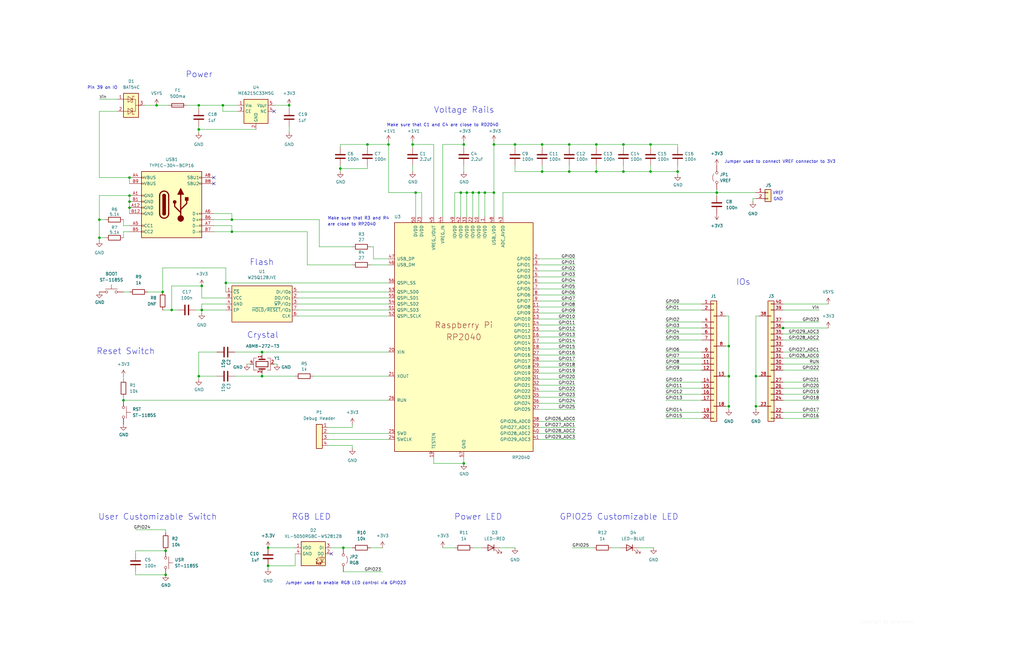
<source format=kicad_sch>
(kicad_sch (version 20250114) (generator "eeschema") (generator_version "9.0")
  (paper "B")
  (title_block (title "YD-RP2040 2022 v1.3 Remake") (date "2024-01-16") (rev "REV0"))
  (lib_symbols
    (symbol "+3V3_1" (power) (pin_numbers (hide yes)) (pin_names (offset 0) (hide yes))
      (property "Value" "+3V3" (at 0 3.556 0))
      (symbol "+3V3_1_1_1"
        (pin power_in line (at 0 0 90) (length 0) (name "~") (number "1"))
      )
    )
    (symbol "+3V3_2" (power) (pin_numbers (hide yes)) (pin_names (offset 0) (hide yes))
      (property "Value" "+3V3" (at 0 3.556 0))
      (symbol "+3V3_2_1_1"
        (pin power_in line (at 0 0 90) (length 0) (name "~") (number "1"))
      )
    )
    (symbol "+3V3_3" (power) (pin_numbers (hide yes)) (pin_names (offset 0) (hide yes))
      (property "Value" "+3V3" (at 0 3.556 0))
      (symbol "+3V3_3_1_1"
        (pin power_in line (at 0 0 90) (length 0) (name "~") (number "1"))
      )
    )
    (symbol "+3V3_4" (power) (pin_numbers (hide yes)) (pin_names (offset 0) (hide yes))
      (property "Value" "+3V3" (at 0 3.556 0))
      (symbol "+3V3_4_1_1"
        (pin power_in line (at 0 0 90) (length 0) (name "~") (number "1"))
      )
    )
    (symbol "+3V3_5" (power) (pin_numbers (hide yes)) (pin_names (offset 0) (hide yes))
      (property "Value" "+3V3" (at 0 3.556 0))
      (symbol "+3V3_5_1_1"
        (pin power_in line (at 0 0 90) (length 0) (name "~") (number "1"))
      )
    )
    (symbol "+3V3_6" (power) (pin_numbers (hide yes)) (pin_names (offset 0) (hide yes))
      (property "Value" "+3V3" (at 0 3.556 0))
      (symbol "+3V3_6_1_1"
        (pin power_in line (at 0 0 90) (length 0) (name "~") (number "1"))
      )
    )
    (symbol "+3V3_7" (power) (pin_numbers (hide yes)) (pin_names (offset 0) (hide yes))
      (property "Value" "+3V3" (at 0 3.556 0))
      (symbol "+3V3_7_1_1"
        (pin power_in line (at 0 0 90) (length 0) (name "~") (number "1"))
      )
    )
    (symbol "+3V3_8" (power) (pin_numbers (hide yes)) (pin_names (offset 0) (hide yes))
      (property "Value" "+3V3" (at 0 3.556 0))
      (symbol "+3V3_8_1_1"
        (pin power_in line (at 0 0 90) (length 0) (name "~") (number "1"))
      )
    )
    (symbol "+3V3_9" (power) (pin_numbers (hide yes)) (pin_names (offset 0) (hide yes))
      (property "Value" "+3V3" (at 0 3.556 0))
      (symbol "+3V3_9_1_1"
        (pin power_in line (at 0 0 90) (length 0) (name "~") (number "1"))
      )
    )
    (symbol "BAT54C_1" (pin_names (offset 1.016))
      (property "Reference" "P1" (at 1.27 7.62 0))
      (property "Value" "Debug Header" (at 1.27 5.08 0))
      (symbol "BAT54C_1_1_1"
        (pin passive line (at 5.08 1.27 180) (length 2.54) (name "~") (number "1"))
        (pin passive line (at 5.08 -1.27 180) (length 2.54) (name "~") (number "2"))
        (pin passive line (at 5.08 -3.81 180) (length 2.54) (name "~") (number "3"))
        (pin passive line (at 5.08 -6.35 180) (length 2.54) (name "~") (number "4"))
      )
    )
    (symbol "Conn_01x20_1" (pin_names (offset 1.016) (hide yes))
      (property "Reference" "J3" (at -1.27 28.194 0))
      (property "Value" "Conn_01x20" (at -5.842 26.162 0))
      (symbol "Conn_01x20_1_1_1"
        (pin passive line (at -5.08 22.86 0) (length 3.81) (name "Pin_20") (number "40"))
        (pin passive line (at -5.08 20.32 0) (length 3.81) (name "Pin_19") (number "39"))
        (pin passive line (at -5.08 15.24 0) (length 3.81) (name "Pin_17") (number "37"))
        (pin passive line (at -5.08 12.7 0) (length 3.81) (name "Pin_16") (number "36"))
        (pin passive line (at -5.08 10.16 0) (length 3.81) (name "Pin_15") (number "35"))
        (pin passive line (at -5.08 7.62 0) (length 3.81) (name "Pin_14") (number "34"))
        (pin passive line (at -5.08 5.08 0) (length 3.81) (name "Pin_13") (number "33"))
        (pin passive line (at -5.08 2.54 0) (length 3.81) (name "Pin_12") (number "32"))
        (pin passive line (at -5.08 0 0) (length 3.81) (name "Pin_11") (number "31"))
        (pin passive line (at -5.08 -2.54 0) (length 3.81) (name "Pin_10") (number "30"))
        (pin passive line (at -5.08 -5.08 0) (length 3.81) (name "Pin_9") (number "29"))
        (pin passive line (at -5.08 -10.16 0) (length 3.81) (name "Pin_7") (number "27"))
        (pin passive line (at -5.08 -12.7 0) (length 3.81) (name "Pin_6") (number "26"))
        (pin passive line (at -5.08 -15.24 0) (length 3.81) (name "Pin_5") (number "25"))
        (pin passive line (at -5.08 -17.78 0) (length 3.81) (name "Pin_4") (number "24"))
        (pin passive line (at -5.08 -22.86 0) (length 3.81) (name "Pin_2") (number "22"))
        (pin passive line (at -5.08 -25.4 0) (length 3.81) (name "Pin_1") (number "21"))
        (pin passive line (at 5.08 17.78 180) (length 3.81) (name "Pin_18") (number "38"))
        (pin passive line (at 5.08 -7.62 180) (length 3.81) (name "Pin_8") (number "28"))
        (pin passive line (at 5.08 -20.32 180) (length 3.81) (name "Pin_3") (number "23"))
      )
    )
    (symbol "Connector:USB_C_Receptacle" (pin_names (offset 1.016))
      (property "Reference" "USB1" (at 0 33.02 0))
      (property "Value" "TYPEC-304-BCP16" (at 0 30.48 0))
      (symbol "USB_C_Receptacle_1_1"
        (pin passive line (at -17.78 25.4 0) (length 5.08) (name "VBUS") (number "A4"))
        (pin passive line (at -17.78 25.4 0) (length 5.08) (hide yes) (name "VBUS") (number "A9"))
        (pin passive line (at -17.78 25.4 0) (length 5.08) (hide yes) (name "VBUS") (number "B4"))
        (pin passive line (at -17.78 25.4 0) (length 5.08) (hide yes) (name "VBUS") (number "B9"))
        (pin passive line (at -17.78 22.86 0) (length 5.08) (hide yes) (name "VBUS") (number "A9"))
        (pin passive line (at -17.78 22.86 0) (length 5.08) (hide yes) (name "VBUS") (number "B4"))
        (pin passive line (at -17.78 22.86 0) (length 5.08) (name "VBUS") (number "B9"))
        (pin passive line (at -17.78 22.86 0) (length 5.08) (hide yes) (name "VBUS") (number "B9"))
        (pin passive line (at -17.78 17.78 0) (length 5.08) (name "GND") (number "A1"))
        (pin passive line (at -17.78 17.78 0) (length 5.08) (hide yes) (name "VBUS") (number "A9"))
        (pin passive line (at -17.78 17.78 0) (length 5.08) (hide yes) (name "VBUS") (number "B4"))
        (pin passive line (at -17.78 17.78 0) (length 5.08) (hide yes) (name "VBUS") (number "B9"))
        (pin passive line (at -17.78 15.24 0) (length 5.08) (name "GND") (number "B1"))
        (pin passive line (at -17.78 15.24 0) (length 5.08) (hide yes) (name "VBUS") (number "B1"))
        (pin passive line (at -17.78 15.24 0) (length 5.08) (hide yes) (name "VBUS") (number "B4"))
        (pin passive line (at -17.78 15.24 0) (length 5.08) (hide yes) (name "VBUS") (number "B9"))
        (pin passive line (at -17.78 12.7 0) (length 5.08) (name "GND") (number "A12"))
        (pin passive line (at -17.78 12.7 0) (length 5.08) (hide yes) (name "VBUS") (number "A9"))
        (pin passive line (at -17.78 12.7 0) (length 5.08) (hide yes) (name "VBUS") (number "B4"))
        (pin passive line (at -17.78 12.7 0) (length 5.08) (hide yes) (name "VBUS") (number "B9"))
        (pin passive line (at -17.78 10.16 0) (length 5.08) (hide yes) (name "VBUS") (number "B1"))
        (pin passive line (at -17.78 10.16 0) (length 5.08) (name "GND") (number "B12"))
        (pin passive line (at -17.78 10.16 0) (length 5.08) (hide yes) (name "VBUS") (number "B4"))
        (pin passive line (at -17.78 10.16 0) (length 5.08) (hide yes) (name "VBUS") (number "B9"))
        (pin bidirectional line (at -17.78 5.08 0) (length 5.08) (name "CC1") (number "A5"))
        (pin bidirectional line (at -17.78 2.54 0) (length 5.08) (name "CC2") (number "B5"))
        (pin bidirectional line (at 17.78 25.4 180) (length 5.08) (name "SBU1") (number "A8"))
        (pin bidirectional line (at 17.78 22.86 180) (length 5.08) (name "SBU2") (number "B8"))
        (pin bidirectional line (at 17.78 10.16 180) (length 5.08) (name "D+") (number "A6"))
        (pin bidirectional line (at 17.78 7.62 180) (length 5.08) (name "D+") (number "B6"))
        (pin bidirectional line (at 17.78 5.08 180) (length 5.08) (name "D-") (number "A7"))
        (pin bidirectional line (at 17.78 2.54 180) (length 5.08) (name "D-") (number "B7"))
      )
    )
    (symbol "Connector_Generic:Conn_01x02" (pin_names (offset 1.016) (hide yes))
      (property "Reference" "J5" (at -1.016 3.048 0))
      (symbol "Conn_01x02_1_1"
        (pin passive line (at -5.08 0 0) (length 3.81) (name "Pin_1") (number "1"))
        (pin passive line (at -5.08 -2.54 0) (length 3.81) (name "Pin_2") (number "2"))
      )
    )
    (symbol "Connector_Generic:Conn_01x20" (pin_names (offset 1.016) (hide yes))
      (property "Reference" "J1" (at -1.27 28.194 0))
      (property "Value" "Conn_01x20" (at -5.842 26.162 0))
      (symbol "Conn_01x20_1_1"
        (pin passive line (at -5.08 22.86 0) (length 3.81) (name "Pin_1") (number "1"))
        (pin passive line (at -5.08 20.32 0) (length 3.81) (name "Pin_2") (number "2"))
        (pin passive line (at -5.08 15.24 0) (length 3.81) (name "Pin_4") (number "4"))
        (pin passive line (at -5.08 12.7 0) (length 3.81) (name "Pin_5") (number "5"))
        (pin passive line (at -5.08 10.16 0) (length 3.81) (name "Pin_6") (number "6"))
        (pin passive line (at -5.08 7.62 0) (length 3.81) (name "Pin_7") (number "7"))
        (pin passive line (at -5.08 2.54 0) (length 3.81) (name "Pin_9") (number "9"))
        (pin passive line (at -5.08 0 0) (length 3.81) (name "Pin_10") (number "10"))
        (pin passive line (at -5.08 -2.54 0) (length 3.81) (name "Pin_11") (number "11"))
        (pin passive line (at -5.08 -5.08 0) (length 3.81) (name "Pin_12") (number "12"))
        (pin passive line (at -5.08 -10.16 0) (length 3.81) (name "Pin_14") (number "14"))
        (pin passive line (at -5.08 -12.7 0) (length 3.81) (name "Pin_15") (number "15"))
        (pin passive line (at -5.08 -15.24 0) (length 3.81) (name "Pin_16") (number "16"))
        (pin passive line (at -5.08 -17.78 0) (length 3.81) (name "Pin_17") (number "17"))
        (pin passive line (at -5.08 -22.86 0) (length 3.81) (name "Pin_19") (number "19"))
        (pin passive line (at -5.08 -25.4 0) (length 3.81) (name "Pin_20") (number "20"))
        (pin passive line (at 5.08 17.78 180) (length 3.81) (name "Pin_3") (number "3"))
        (pin passive line (at 5.08 5.08 180) (length 3.81) (name "Pin_8") (number "8"))
        (pin passive line (at 5.08 -7.62 180) (length 3.81) (name "Pin_13") (number "13"))
        (pin passive line (at 5.08 -20.32 180) (length 3.81) (name "Pin_18") (number "18"))
      )
    )
    (symbol "Device:C" (pin_numbers (hide yes)) (pin_names (offset 0.254))
      (property "Reference" "C" (at 0.635 2.54 0))
      (property "Value" "C" (at 0.635 -2.54 0))
      (symbol "C_1_1"
        (pin passive line (at 0 3.81 270) (length 2.794) (name "~") (number "1"))
        (pin passive line (at 0 -3.81 90) (length 2.794) (name "~") (number "2"))
      )
    )
    (symbol "Device:Crystal_GND24" (pin_names (offset 1.016) (hide yes))
      (property "Reference" "Y" (at 3.175 5.08 0))
      (property "Value" "Crystal_GND24" (at 3.175 3.175 0))
      (symbol "Crystal_GND24_1_1"
        (pin passive line (at -3.81 0 0) (length 1.27) (name "1") (number "1"))
        (pin passive line (at 0 5.08 270) (length 1.27) (name "2") (number "2"))
        (pin passive line (at 0 -5.08 90) (length 1.27) (name "4") (number "4"))
        (pin passive line (at 3.81 0 180) (length 1.27) (name "3") (number "3"))
      )
    )
    (symbol "Device:Fuse" (pin_numbers (hide yes)) (pin_names (offset 0))
      (property "Reference" "F" (at 2.032 0 90))
      (property "Value" "Fuse" (at -1.905 0 90))
      (symbol "Fuse_1_1"
        (pin passive line (at 0 3.81 270) (length 1.27) (name "~") (number "1"))
        (pin passive line (at 0 -3.81 90) (length 1.27) (name "~") (number "2"))
      )
    )
    (symbol "Device:LED" (pin_numbers (hide yes)) (pin_names (offset 1.016) (hide yes))
      (property "Reference" "D" (at 0 2.54 0))
      (property "Value" "LED" (at 0 -2.54 0))
      (symbol "LED_1_1"
        (pin passive line (at -3.81 0 0) (length 2.54) (name "K") (number "1"))
        (pin passive line (at 3.81 0 180) (length 2.54) (name "A") (number "2"))
      )
    )
    (symbol "Device:R" (pin_numbers (hide yes)) (pin_names (offset 0))
      (property "Reference" "R" (at 2.032 0 90))
      (property "Value" "R" (at 0 0 90))
      (symbol "R_1_1"
        (pin passive line (at 0 3.81 270) (length 1.27) (name "~") (number "1"))
        (pin passive line (at 0 -3.81 90) (length 1.27) (name "~") (number "2"))
      )
    )
    (symbol "Diode:BAT54C" (pin_names (offset 1.016))
      (property "Reference" "D1" (at -0.508 7.62 0))
      (property "Value" "BAT54C" (at -0.508 5.08 0))
      (symbol "BAT54C_1_1"
        (pin passive line (at -6.35 0 0) (length 2.54) (name "~") (number "1"))
        (pin passive line (at -6.35 -5.08 0) (length 2.54) (name "~") (number "2"))
        (pin passive line (at 5.08 -2.54 180) (length 2.54) (name "~") (number "3"))
      )
    )
    (symbol "GND_1" (power) (pin_numbers (hide yes)) (pin_names (offset 0) (hide yes))
      (property "Value" "GND" (at 0 -3.81 0))
      (symbol "GND_1_1_1"
        (pin power_in line (at 0 0 270) (length 0) (name "~") (number "1"))
      )
    )
    (symbol "GND_2" (power) (pin_numbers (hide yes)) (pin_names (offset 0) (hide yes))
      (property "Value" "GND" (at 0 -3.81 0))
      (symbol "GND_2_1_1"
        (pin power_in line (at 0 0 270) (length 0) (name "~") (number "1"))
      )
    )
    (symbol "GND_3" (power) (pin_numbers (hide yes)) (pin_names (offset 0) (hide yes))
      (property "Value" "GND" (at 0 -3.81 0))
      (symbol "GND_3_1_1"
        (pin power_in line (at 0 0 270) (length 0) (name "~") (number "1"))
      )
    )
    (symbol "GND_4" (power) (pin_numbers (hide yes)) (pin_names (offset 0) (hide yes))
      (property "Value" "GND" (at 0 -3.81 0))
      (symbol "GND_4_1_1"
        (pin power_in line (at 0 0 270) (length 0) (name "~") (number "1"))
      )
    )
    (symbol "GND_5" (power) (pin_numbers (hide yes)) (pin_names (offset 0) (hide yes))
      (property "Value" "GND" (at 0 -3.81 0))
      (symbol "GND_5_1_1"
        (pin power_in line (at 0 0 270) (length 0) (name "~") (number "1"))
      )
    )
    (symbol "GND_6" (power) (pin_numbers (hide yes)) (pin_names (offset 0) (hide yes))
      (property "Value" "GND" (at 0 -3.81 0))
      (symbol "GND_6_1_1"
        (pin power_in line (at 0 0 270) (length 0) (name "~") (number "1"))
      )
    )
    (symbol "GND_7" (power) (pin_numbers (hide yes)) (pin_names (offset 0) (hide yes))
      (property "Value" "GND" (at 0 -3.81 0))
      (symbol "GND_7_1_1"
        (pin power_in line (at 0 0 270) (length 0) (name "~") (number "1"))
      )
    )
    (symbol "GND_8" (power) (pin_numbers (hide yes)) (pin_names (offset 0) (hide yes))
      (property "Value" "GND" (at 0 -3.81 0))
      (symbol "GND_8_1_1"
        (pin power_in line (at 0 0 270) (length 0) (name "~") (number "1"))
      )
    )
    (symbol "GND_9" (power) (pin_numbers (hide yes)) (pin_names (offset 0) (hide yes))
      (property "Value" "GND" (at 0 -3.81 0))
      (symbol "GND_9_1_1"
        (pin power_in line (at 0 0 270) (length 0) (name "~") (number "1"))
      )
    )
    (symbol "Jumper:Jumper_2_Open" (pin_numbers (hide yes)) (pin_names (offset 0) (hide yes))
      (property "Reference" "JP" (at 0 2.794 0))
      (property "Value" "Jumper_2_Open" (at 0 -2.286 0))
      (symbol "Jumper_2_Open_1_1"
        (pin passive line (at -5.08 0 0) (length 2.54) (name "A") (number "1"))
        (pin passive line (at 5.08 0 180) (length 2.54) (name "B") (number "2"))
      )
    )
    (symbol "LED:APA-106-F5"
      (property "Reference" "D2" (at 0 9.144 0))
      (property "Value" "XL-5050RGBC-WS2812B" (at 0 6.604 0))
      (symbol "APA-106-F5_0_0"
        (text "RGB" (at 2.286 -4.191 0) (effects (font (size 0.762 0.762))))
      )
      (symbol "APA-106-F5_1_1"
        (pin power_in line (at -7.62 2.54 0) (length 2.54) (name "VDD") (number "1"))
        (pin power_in line (at -7.62 0 0) (length 2.54) (name "GND") (number "4"))
        (pin input line (at 7.62 2.54 180) (length 2.54) (name "DI") (number "3"))
        (pin output line (at 7.62 0 180) (length 2.54) (name "DO") (number "2"))
      )
    )
    (symbol "MCU_RaspberryPi_RP2040:RP2040" (pin_names (offset 1.016))
      (property "Reference" "U3" (at -27.94 49.53 0))
      (property "Value" "RP2040" (at 24.13 -50.8 0))
      (symbol "RP2040_0_0"
        (text "Raspberry Pi" (at 0 5.08 0) (effects (font (size 2.54 2.54))))
        (text "RP2040" (at 0 0 0) (effects (font (size 2.54 2.54))))
      )
      (symbol "RP2040_1_1"
        (pin bidirectional line (at -31.75 33.02 0) (length 2.54) (name "USB_DP") (number "47"))
        (pin bidirectional line (at -31.75 30.48 0) (length 2.54) (name "USB_DM") (number "46"))
        (pin bidirectional line (at -31.75 22.86 0) (length 2.54) (name "QSPI_SS") (number "56"))
        (pin bidirectional line (at -31.75 19.05 0) (length 2.54) (name "QSPI_SD0") (number "53"))
        (pin bidirectional line (at -31.75 16.51 0) (length 2.54) (name "QSPI_SD1") (number "55"))
        (pin bidirectional line (at -31.75 13.97 0) (length 2.54) (name "QSPI_SD2") (number "54"))
        (pin bidirectional line (at -31.75 11.43 0) (length 2.54) (name "QSPI_SD3") (number "51"))
        (pin output line (at -31.75 8.89 0) (length 2.54) (name "QSPI_SCLK") (number "52"))
        (pin input line (at -31.75 -6.35 0) (length 2.54) (name "XIN") (number "20"))
        (pin passive line (at -31.75 -16.51 0) (length 2.54) (name "XOUT") (number "21"))
        (pin input line (at -31.75 -26.67 0) (length 2.54) (name "RUN") (number "26"))
        (pin bidirectional line (at -31.75 -40.64 0) (length 2.54) (name "SWD") (number "25"))
        (pin output line (at -31.75 -43.18 0) (length 2.54) (name "SWCLK") (number "24"))
        (pin power_in line (at -20.32 50.8 270) (length 2.54) (name "DVDD") (number "50"))
        (pin power_in line (at -17.78 50.8 270) (length 2.54) (name "DVDD") (number "23"))
        (pin power_out line (at -12.7 50.8 270) (length 2.54) (name "VREG_VOUT") (number "45"))
        (pin passive line (at -12.7 -50.8 90) (length 2.54) (name "TESTEN") (number "19"))
        (pin power_in line (at -8.89 50.8 270) (length 2.54) (name "VREG_IN") (number "44"))
        (pin power_in line (at -3.81 50.8 270) (length 2.54) (name "IOVDD") (number "49"))
        (pin power_in line (at -1.27 50.8 270) (length 2.54) (name "IOVDD") (number "42"))
        (pin power_in line (at 0 -50.8 90) (length 2.54) (name "GND") (number "57"))
        (pin power_in line (at 1.27 50.8 270) (length 2.54) (name "IOVDD") (number "33"))
        (pin power_in line (at 3.81 50.8 270) (length 2.54) (name "IOVDD") (number "22"))
        (pin power_in line (at 6.35 50.8 270) (length 2.54) (name "IOVDD") (number "10"))
        (pin power_in line (at 8.89 50.8 270) (length 2.54) (name "IOVDD") (number "1"))
        (pin power_in line (at 12.7 50.8 270) (length 2.54) (name "USB_VDD") (number "48"))
        (pin power_in line (at 16.51 50.8 270) (length 2.54) (name "ADC_AVDD") (number "43"))
        (pin bidirectional line (at 31.75 33.02 180) (length 2.54) (name "GPIO0") (number "2"))
        (pin bidirectional line (at 31.75 30.48 180) (length 2.54) (name "GPIO1") (number "3"))
        (pin bidirectional line (at 31.75 27.94 180) (length 2.54) (name "GPIO2") (number "4"))
        (pin bidirectional line (at 31.75 25.4 180) (length 2.54) (name "GPIO3") (number "5"))
        (pin bidirectional line (at 31.75 22.86 180) (length 2.54) (name "GPIO4") (number "6"))
        (pin bidirectional line (at 31.75 20.32 180) (length 2.54) (name "GPIO5") (number "7"))
        (pin bidirectional line (at 31.75 17.78 180) (length 2.54) (name "GPIO6") (number "8"))
        (pin bidirectional line (at 31.75 15.24 180) (length 2.54) (name "GPIO7") (number "9"))
        (pin bidirectional line (at 31.75 12.7 180) (length 2.54) (name "GPIO8") (number "11"))
        (pin bidirectional line (at 31.75 10.16 180) (length 2.54) (name "GPIO9") (number "12"))
        (pin bidirectional line (at 31.75 7.62 180) (length 2.54) (name "GPIO10") (number "13"))
        (pin bidirectional line (at 31.75 5.08 180) (length 2.54) (name "GPIO11") (number "14"))
        (pin bidirectional line (at 31.75 2.54 180) (length 2.54) (name "GPIO12") (number "15"))
        (pin bidirectional line (at 31.75 0 180) (length 2.54) (name "GPIO13") (number "16"))
        (pin bidirectional line (at 31.75 -2.54 180) (length 2.54) (name "GPIO14") (number "17"))
        (pin bidirectional line (at 31.75 -5.08 180) (length 2.54) (name "GPIO15") (number "18"))
        (pin bidirectional line (at 31.75 -7.62 180) (length 2.54) (name "GPIO16") (number "27"))
        (pin bidirectional line (at 31.75 -10.16 180) (length 2.54) (name "GPIO17") (number "28"))
        (pin bidirectional line (at 31.75 -12.7 180) (length 2.54) (name "GPIO18") (number "29"))
        (pin bidirectional line (at 31.75 -15.24 180) (length 2.54) (name "GPIO19") (number "30"))
        (pin bidirectional line (at 31.75 -17.78 180) (length 2.54) (name "GPIO20") (number "31"))
        (pin bidirectional line (at 31.75 -20.32 180) (length 2.54) (name "GPIO21") (number "32"))
        (pin bidirectional line (at 31.75 -22.86 180) (length 2.54) (name "GPIO22") (number "34"))
        (pin bidirectional line (at 31.75 -25.4 180) (length 2.54) (name "GPIO23") (number "35"))
        (pin bidirectional line (at 31.75 -27.94 180) (length 2.54) (name "GPIO24") (number "36"))
        (pin bidirectional line (at 31.75 -30.48 180) (length 2.54) (name "GPIO25") (number "37"))
        (pin bidirectional line (at 31.75 -35.56 180) (length 2.54) (name "GPIO26_ADC0") (number "38"))
        (pin bidirectional line (at 31.75 -38.1 180) (length 2.54) (name "GPIO27_ADC1") (number "39"))
        (pin bidirectional line (at 31.75 -40.64 180) (length 2.54) (name "GPIO28_ADC2") (number "40"))
        (pin bidirectional line (at 31.75 -43.18 180) (length 2.54) (name "GPIO29_ADC3") (number "41"))
      )
    )
    (symbol "Memory_Flash:W25Q32JVZP"
      (property "Reference" "U1" (at 0 15.24 0))
      (property "Value" "W25Q128JVE" (at 0 12.7 0))
      (symbol "W25Q32JVZP_1_1"
        (pin bidirectional line (at -15.24 7.62 0) (length 2.54) (name "DI/IO_{0}") (number "5"))
        (pin bidirectional line (at -15.24 5.08 0) (length 2.54) (name "DO/IO_{1}") (number "2"))
        (pin bidirectional line (at -15.24 2.54 0) (length 2.54) (name "~{WP}/IO_{2}") (number "3"))
        (pin bidirectional line (at -15.24 0 0) (length 2.54) (name "~{HOLD}/~{RESET}/IO_{3}") (number "7"))
        (pin input line (at -15.24 -2.54 0) (length 2.54) (name "CLK") (number "6"))
        (pin input line (at 15.24 7.62 180) (length 2.54) (name "~{CS}") (number "1"))
        (pin power_in line (at 15.24 5.08 180) (length 2.54) (name "VCC") (number "8"))
        (pin power_in line (at 15.24 2.54 180) (length 2.54) (name "GND") (number "4"))
        (pin passive line (at 15.24 0 180) (length 2.54) (name "EP") (number "9"))
      )
    )
    (symbol "Regulator_Linear:ME6211C33M5"
      (property "Reference" "U4" (at 0 10.16 0))
      (property "Value" "ME6215C33M5G" (at 0 7.62 0))
      (symbol "ME6211C33M5_1_1"
        (pin power_in line (at -7.62 2.54 0) (length 2.54) (name "V_{IN}") (number "1"))
        (pin power_in line (at -7.62 0 0) (length 2.54) (name "CE") (number "3"))
        (pin passive line (at 0 -7.62 90) (length 2.54) (name "GND") (number "2"))
        (pin no_connect line (at 5.08 0 180) (length 2.54) (hide yes) (name "NC") (number "4"))
        (pin power_out line (at 7.62 2.54 180) (length 2.54) (name "V_{OUT}") (number "5"))
        (pin unspecified line (at 7.62 0 180) (length 2.54) (name "NC") (number "4"))
      )
    )
    (symbol "Switch:SW_Push" (pin_numbers (hide yes)) (pin_names (offset 1.016) (hide yes))
      (property "Reference" "SW" (at 1.27 2.54 0))
      (property "Value" "SW_Push" (at 0 -1.524 0))
      (symbol "SW_Push_0_1"
        (pin passive line (at -5.08 0 0) (length 2.54) (name "1") (number "1"))
        (pin passive line (at 5.08 0 180) (length 2.54) (name "2") (number "2"))
      )
    )
    (symbol "VBUS_1" (power) (pin_numbers (hide yes)) (pin_names (offset 0) (hide yes))
      (property "Value" "VBUS" (at 0 3.556 0))
      (symbol "VBUS_1_1_1"
        (pin power_in line (at 0 0 90) (length 0) (name "~") (number "1"))
      )
    )
    (symbol "power:+1V1" (power) (pin_names (offset 0))
      (property "Value" "+1V1" (at 0 3.556 0))
      (symbol "+1V1_1_1"
        (pin power_in line (at 0 0 90) (length 0) (hide yes) (name "+1V1") (number "1"))
      )
    )
    (symbol "power:+3.3V" (power) (pin_numbers (hide yes)) (pin_names (offset 0) (hide yes))
      (property "Value" "+3.3V" (at 0 3.556 0))
      (symbol "+3.3V_1_1"
        (pin power_in line (at 0 0 90) (length 0) (name "~") (number "1"))
      )
    )
    (symbol "power:+3V3" (power) (pin_names (offset 0))
      (property "Value" "+3V3" (at 0 3.556 0))
      (symbol "+3V3_1_1"
        (pin power_in line (at 0 0 90) (length 0) (hide yes) (name "+3V3") (number "1"))
      )
    )
    (symbol "power:GND" (power) (pin_names (offset 0))
      (property "Value" "GND" (at 0 -3.81 0))
      (symbol "GND_1_1"
        (pin power_in line (at 0 0 270) (length 0) (hide yes) (name "GND") (number "1"))
      )
    )
  )
  (text "User Customizable Switch" (at 41.402 219.71 0) (effects (font (size 2.54 2.54)) (justify left bottom)))
  (text "Copyright by jarongarbi" (at 373.888 262.636 0) (effects (font (size 1.27 1.27))))
  (text "IOs" (at 310.388 120.65 0) (effects (font (size 2.54 2.54)) (justify left bottom)))
  (text "Power" (at 78.232 33.02 0) (effects (font (size 2.54 2.54)) (justify left bottom)))
  (text "Crystal" (at 104.14 143.002 0) (effects (font (size 2.54 2.54)) (justify left bottom)))
  (text "Jumper used to enable RGB LED control via GPIO23" (at 145.796 246.126 0) (effects (font (size 1.27 1.27))))
  (text "RGB LED" (at 122.936 219.71 0) (effects (font (size 2.54 2.54)) (justify left bottom)))
  (text "GND" (at 328.168 84.074 0) (effects (font (size 1.27 1.27))))
  (text "Pin 39 on IO" (at 43.18 37.084 0) (effects (font (size 1.27 1.27))))
  (text "VREF" (at 328.168 81.534 0) (effects (font (size 1.27 1.27))))
  (text "Jumper used to connect VREF connector to 3V3" (at 328.93 68.326 0) (effects (font (size 1.27 1.27))))
  (text "are close to RP2040\n" (at 148.336 94.742 0) (effects (font (size 1.27 1.27))))
  (text "Voltage Rails" (at 182.88 48.006 0) (effects (font (size 2.54 2.54)) (justify left bottom)))
  (text "Make sure that R3 and R4" (at 151.13 92.202 0) (effects (font (size 1.27 1.27))))
  (text "GPIO25 Customizable LED" (at 235.966 219.71 0) (effects (font (size 2.54 2.54)) (justify left bottom)))
  (text "Power LED" (at 191.516 219.71 0) (effects (font (size 2.54 2.54)) (justify left bottom)))
  (text "Reset Switch" (at 40.64 149.86 0) (effects (font (size 2.54 2.54)) (justify left bottom)))
  (text "Make sure that C1 and C4 are close to RD2040" (at 186.69 52.832 0) (effects (font (size 1.27 1.27))))
  (text "Flash" (at 115.57 112.268 0) (effects (font (size 2.54 2.54)) (justify right bottom)))
  (junction (at 66.04 44.45))
  (junction (at 72.39 130.81))
  (junction (at 85.09 120.65))
  (junction (at 318.77 171.45))
  (junction (at 154.94 60.96))
  (junction (at 307.34 171.45))
  (junction (at 83.82 158.75))
  (junction (at 217.17 60.96))
  (junction (at 240.03 72.39))
  (junction (at 208.28 81.28))
  (junction (at 251.46 60.96))
  (junction (at 69.85 232.41))
  (junction (at 173.99 60.96))
  (junction (at 110.49 148.59))
  (junction (at 95.25 119.38))
  (junction (at 240.03 60.96))
  (junction (at 201.93 81.28))
  (junction (at 143.51 71.12))
  (junction (at 113.03 238.76))
  (junction (at 175.26 81.28))
  (junction (at 274.32 60.96))
  (junction (at 121.92 44.45))
  (junction (at 68.58 123.19))
  (junction (at 113.03 231.14))
  (junction (at 285.75 72.39))
  (junction (at 110.49 158.75))
  (junction (at 307.34 146.05))
  (junction (at 69.85 242.57))
  (junction (at 251.46 72.39))
  (junction (at 85.09 130.81))
  (junction (at 195.58 60.96))
  (junction (at 54.61 74.93))
  (junction (at 41.91 100.33))
  (junction (at 307.34 158.75))
  (junction (at 144.78 231.14))
  (junction (at 41.91 92.71))
  (junction (at 204.47 81.28))
  (junction (at 196.85 81.28))
  (junction (at 97.79 97.79))
  (junction (at 163.83 60.96))
  (junction (at 54.61 85.09))
  (junction (at 228.6 72.39))
  (junction (at 262.89 72.39))
  (junction (at 54.61 87.63))
  (junction (at 199.39 81.28))
  (junction (at 93.98 44.45))
  (junction (at 194.31 81.28))
  (junction (at 52.07 168.91))
  (junction (at 83.82 44.45))
  (junction (at 195.58 195.58))
  (junction (at 208.28 60.96))
  (junction (at 97.79 92.71))
  (junction (at 302.26 81.28))
  (junction (at 54.61 82.55))
  (junction (at 330.2 138.43))
  (junction (at 83.82 54.61))
  (junction (at 262.89 60.96))
  (junction (at 274.32 72.39))
  (junction (at 318.77 158.75))
  (junction (at 228.6 60.96))
  (no_connect (at 139.7 233.68))
  (no_connect (at 115.57 46.99))
  (no_connect (at 90.17 77.47))
  (no_connect (at 90.17 74.93))
  (wire (pts (xy 330.2 140.97) (xy 345.44 140.97)))
  (wire (pts (xy 227.33 134.62) (xy 242.57 134.62)))
  (wire (pts (xy 295.91 151.13) (xy 280.67 151.13)))
  (wire (pts (xy 210.82 231.14) (xy 217.17 231.14)))
  (wire (pts (xy 143.51 71.12) (xy 154.94 71.12)))
  (wire (pts (xy 157.48 104.14) (xy 157.48 109.22)))
  (wire (pts (xy 330.2 166.37) (xy 345.44 166.37)))
  (wire (pts (xy 97.79 97.79) (xy 129.54 97.79)))
  (wire (pts (xy 52.07 97.79) (xy 54.61 97.79)))
  (wire (pts (xy 82.55 130.81) (xy 85.09 130.81)))
  (wire (pts (xy 295.91 140.97) (xy 280.67 140.97)))
  (wire (pts (xy 240.03 60.96) (xy 251.46 60.96)))
  (wire (pts (xy 307.34 133.35) (xy 307.34 146.05)))
  (wire (pts (xy 121.92 44.45) (xy 121.92 45.72)))
  (wire (pts (xy 204.47 81.28) (xy 208.28 81.28)))
  (wire (pts (xy 41.91 92.71) (xy 44.45 92.71)))
  (wire (pts (xy 195.58 59.69) (xy 195.58 60.96)))
  (wire (pts (xy 318.77 83.82) (xy 317.5 83.82)))
  (wire (pts (xy 240.03 62.23) (xy 240.03 60.96)))
  (wire (pts (xy 52.07 95.25) (xy 54.61 95.25)))
  (wire (pts (xy 129.54 97.79) (xy 129.54 111.76)))
  (wire (pts (xy 163.83 59.69) (xy 163.83 60.96)))
  (wire (pts (xy 144.78 231.14) (xy 148.59 231.14)))
  (wire (pts (xy 227.33 147.32) (xy 242.57 147.32)))
  (wire (pts (xy 295.91 163.83) (xy 280.67 163.83)))
  (wire (pts (xy 295.91 135.89) (xy 280.67 135.89)))
  (wire (pts (xy 113.03 240.03) (xy 113.03 238.76)))
  (wire (pts (xy 227.33 172.72) (xy 242.57 172.72)))
  (wire (pts (xy 307.34 146.05) (xy 307.34 158.75)))
  (wire (pts (xy 191.77 81.28) (xy 194.31 81.28)))
  (wire (pts (xy 227.33 167.64) (xy 242.57 167.64)))
  (wire (pts (xy 57.15 242.57) (xy 57.15 241.3)))
  (wire (pts (xy 163.83 111.76) (xy 156.21 111.76)))
  (wire (pts (xy 195.58 60.96) (xy 186.69 60.96)))
  (wire (pts (xy 191.77 81.28) (xy 191.77 91.44)))
  (wire (pts (xy 227.33 109.22) (xy 242.57 109.22)))
  (wire (pts (xy 295.91 143.51) (xy 280.67 143.51)))
  (wire (pts (xy 302.26 80.01) (xy 302.26 81.28)))
  (wire (pts (xy 85.09 120.65) (xy 85.09 125.73)))
  (wire (pts (xy 241.3 231.14) (xy 250.19 231.14)))
  (wire (pts (xy 318.77 172.72) (xy 318.77 171.45)))
  (wire (pts (xy 182.88 60.96) (xy 182.88 91.44)))
  (wire (pts (xy 134.62 92.71) (xy 134.62 104.14)))
  (wire (pts (xy 240.03 69.85) (xy 240.03 72.39)))
  (wire (pts (xy 186.69 231.14) (xy 191.77 231.14)))
  (wire (pts (xy 227.33 114.3) (xy 242.57 114.3)))
  (wire (pts (xy 175.26 81.28) (xy 175.26 91.44)))
  (wire (pts (xy 320.04 158.75) (xy 318.77 158.75)))
  (wire (pts (xy 173.99 60.96) (xy 182.88 60.96)))
  (wire (pts (xy 85.09 132.08) (xy 85.09 130.81)))
  (wire (pts (xy 124.46 233.68) (xy 124.46 238.76)))
  (wire (pts (xy 104.14 153.67) (xy 105.41 153.67)))
  (wire (pts (xy 41.91 92.71) (xy 41.91 100.33)))
  (wire (pts (xy 143.51 60.96) (xy 154.94 60.96)))
  (wire (pts (xy 227.33 182.88) (xy 242.57 182.88)))
  (wire (pts (xy 295.91 166.37) (xy 280.67 166.37)))
  (wire (pts (xy 143.51 69.85) (xy 143.51 71.12)))
  (wire (pts (xy 306.07 171.45) (xy 307.34 171.45)))
  (wire (pts (xy 93.98 44.45) (xy 100.33 44.45)))
  (wire (pts (xy 115.57 153.67) (xy 116.84 153.67)))
  (wire (pts (xy 72.39 130.81) (xy 68.58 130.81)))
  (wire (pts (xy 295.91 168.91) (xy 280.67 168.91)))
  (wire (pts (xy 125.73 130.81) (xy 163.83 130.81)))
  (wire (pts (xy 295.91 161.29) (xy 280.67 161.29)))
  (wire (pts (xy 99.06 148.59) (xy 110.49 148.59)))
  (wire (pts (xy 173.99 62.23) (xy 173.99 60.96)))
  (wire (pts (xy 330.2 151.13) (xy 345.44 151.13)))
  (wire (pts (xy 295.91 138.43) (xy 280.67 138.43)))
  (wire (pts (xy 154.94 60.96) (xy 163.83 60.96)))
  (wire (pts (xy 163.83 60.96) (xy 163.83 81.28)))
  (wire (pts (xy 295.91 156.21) (xy 280.67 156.21)))
  (wire (pts (xy 125.73 125.73) (xy 163.83 125.73)))
  (wire (pts (xy 196.85 81.28) (xy 196.85 91.44)))
  (wire (pts (xy 148.59 187.96) (xy 148.59 189.23)))
  (wire (pts (xy 262.89 62.23) (xy 262.89 60.96)))
  (wire (pts (xy 194.31 81.28) (xy 196.85 81.28)))
  (wire (pts (xy 41.91 82.55) (xy 41.91 92.71)))
  (wire (pts (xy 177.8 81.28) (xy 177.8 91.44)))
  (wire (pts (xy 217.17 62.23) (xy 217.17 60.96)))
  (wire (pts (xy 95.25 113.03) (xy 68.58 113.03)))
  (wire (pts (xy 208.28 60.96) (xy 217.17 60.96)))
  (wire (pts (xy 257.81 231.14) (xy 261.62 231.14)))
  (wire (pts (xy 295.91 153.67) (xy 280.67 153.67)))
  (wire (pts (xy 90.17 95.25) (xy 97.79 95.25)))
  (wire (pts (xy 110.49 157.48) (xy 110.49 158.75)))
  (wire (pts (xy 83.82 158.75) (xy 83.82 160.02)))
  (wire (pts (xy 163.83 109.22) (xy 157.48 109.22)))
  (wire (pts (xy 68.58 113.03) (xy 68.58 123.19)))
  (wire (pts (xy 330.2 153.67) (xy 345.44 153.67)))
  (wire (pts (xy 115.57 44.45) (xy 121.92 44.45)))
  (wire (pts (xy 69.85 242.57) (xy 57.15 242.57)))
  (wire (pts (xy 85.09 120.65) (xy 72.39 120.65)))
  (wire (pts (xy 41.91 101.6) (xy 41.91 100.33)))
  (wire (pts (xy 138.43 187.96) (xy 148.59 187.96)))
  (wire (pts (xy 97.79 90.17) (xy 97.79 92.71)))
  (wire (pts (xy 330.2 168.91) (xy 345.44 168.91)))
  (wire (pts (xy 320.04 171.45) (xy 318.77 171.45)))
  (wire (pts (xy 262.89 60.96) (xy 274.32 60.96)))
  (wire (pts (xy 95.25 130.81) (xy 85.09 130.81)))
  (wire (pts (xy 83.82 55.88) (xy 83.82 54.61)))
  (wire (pts (xy 285.75 69.85) (xy 285.75 72.39)))
  (wire (pts (xy 85.09 125.73) (xy 95.25 125.73)))
  (wire (pts (xy 132.08 158.75) (xy 163.83 158.75)))
  (wire (pts (xy 330.2 143.51) (xy 345.44 143.51)))
  (wire (pts (xy 330.2 138.43) (xy 349.25 138.43)))
  (wire (pts (xy 227.33 144.78) (xy 242.57 144.78)))
  (wire (pts (xy 227.33 124.46) (xy 242.57 124.46)))
  (wire (pts (xy 69.85 223.52) (xy 57.15 223.52)))
  (wire (pts (xy 154.94 71.12) (xy 154.94 69.85)))
  (wire (pts (xy 228.6 62.23) (xy 228.6 60.96)))
  (wire (pts (xy 228.6 72.39) (xy 217.17 72.39)))
  (wire (pts (xy 227.33 177.8) (xy 242.57 177.8)))
  (wire (pts (xy 208.28 60.96) (xy 208.28 81.28)))
  (wire (pts (xy 144.78 241.3) (xy 161.29 241.3)))
  (wire (pts (xy 199.39 231.14) (xy 203.2 231.14)))
  (wire (pts (xy 195.58 60.96) (xy 195.58 62.23)))
  (wire (pts (xy 208.28 59.69) (xy 208.28 60.96)))
  (wire (pts (xy 328.93 138.43) (xy 330.2 138.43)))
  (wire (pts (xy 318.77 133.35) (xy 318.77 158.75)))
  (wire (pts (xy 227.33 127) (xy 242.57 127)))
  (wire (pts (xy 330.2 148.59) (xy 345.44 148.59)))
  (wire (pts (xy 125.73 128.27) (xy 163.83 128.27)))
  (wire (pts (xy 173.99 69.85) (xy 173.99 72.39)))
  (wire (pts (xy 228.6 60.96) (xy 240.03 60.96)))
  (wire (pts (xy 69.85 232.41) (xy 69.85 233.68)))
  (wire (pts (xy 306.07 158.75) (xy 307.34 158.75)))
  (wire (pts (xy 295.91 130.81) (xy 280.67 130.81)))
  (wire (pts (xy 330.2 156.21) (xy 345.44 156.21)))
  (wire (pts (xy 295.91 128.27) (xy 280.67 128.27)))
  (wire (pts (xy 302.26 81.28) (xy 302.26 82.55)))
  (wire (pts (xy 83.82 54.61) (xy 107.95 54.61)))
  (wire (pts (xy 227.33 185.42) (xy 242.57 185.42)))
  (wire (pts (xy 41.91 41.91) (xy 49.53 41.91)))
  (wire (pts (xy 307.34 158.75) (xy 307.34 171.45)))
  (wire (pts (xy 52.07 167.64) (xy 52.07 168.91)))
  (wire (pts (xy 54.61 123.19) (xy 52.07 123.19)))
  (wire (pts (xy 228.6 69.85) (xy 228.6 72.39)))
  (wire (pts (xy 199.39 81.28) (xy 199.39 91.44)))
  (wire (pts (xy 66.04 44.45) (xy 71.12 44.45)))
  (wire (pts (xy 113.03 231.14) (xy 124.46 231.14)))
  (wire (pts (xy 274.32 72.39) (xy 285.75 72.39)))
  (wire (pts (xy 262.89 69.85) (xy 262.89 72.39)))
  (wire (pts (xy 156.21 231.14) (xy 161.29 231.14)))
  (wire (pts (xy 186.69 60.96) (xy 186.69 91.44)))
  (wire (pts (xy 69.85 232.41) (xy 57.15 232.41)))
  (wire (pts (xy 217.17 60.96) (xy 228.6 60.96)))
  (wire (pts (xy 227.33 129.54) (xy 242.57 129.54)))
  (wire (pts (xy 41.91 46.99) (xy 49.53 46.99)))
  (wire (pts (xy 99.06 158.75) (xy 110.49 158.75)))
  (wire (pts (xy 83.82 44.45) (xy 83.82 45.72)))
  (wire (pts (xy 195.58 69.85) (xy 195.58 72.39)))
  (wire (pts (xy 83.82 158.75) (xy 91.44 158.75)))
  (wire (pts (xy 110.49 158.75) (xy 124.46 158.75)))
  (wire (pts (xy 69.85 223.52) (xy 69.85 224.79)))
  (wire (pts (xy 138.43 180.34) (xy 148.59 180.34)))
  (wire (pts (xy 227.33 116.84) (xy 242.57 116.84)))
  (wire (pts (xy 204.47 81.28) (xy 204.47 91.44)))
  (wire (pts (xy 285.75 62.23) (xy 285.75 60.96)))
  (wire (pts (xy 138.43 185.42) (xy 163.83 185.42)))
  (wire (pts (xy 196.85 81.28) (xy 199.39 81.28)))
  (wire (pts (xy 285.75 72.39) (xy 285.75 73.66)))
  (wire (pts (xy 68.58 123.19) (xy 62.23 123.19)))
  (wire (pts (xy 54.61 82.55) (xy 41.91 82.55)))
  (wire (pts (xy 227.33 154.94) (xy 242.57 154.94)))
  (wire (pts (xy 295.91 148.59) (xy 280.67 148.59)))
  (wire (pts (xy 54.61 85.09) (xy 54.61 87.63)))
  (wire (pts (xy 60.96 44.45) (xy 66.04 44.45)))
  (wire (pts (xy 195.58 193.04) (xy 195.58 195.58)))
  (wire (pts (xy 208.28 81.28) (xy 208.28 91.44)))
  (wire (pts (xy 227.33 152.4) (xy 242.57 152.4)))
  (wire (pts (xy 240.03 72.39) (xy 228.6 72.39)))
  (wire (pts (xy 295.91 173.99) (xy 280.67 173.99)))
  (wire (pts (xy 217.17 69.85) (xy 217.17 72.39)))
  (wire (pts (xy 306.07 146.05) (xy 307.34 146.05)))
  (wire (pts (xy 182.88 193.04) (xy 182.88 195.58)))
  (wire (pts (xy 227.33 157.48) (xy 242.57 157.48)))
  (wire (pts (xy 52.07 97.79) (xy 52.07 100.33)))
  (wire (pts (xy 212.09 81.28) (xy 212.09 91.44)))
  (wire (pts (xy 83.82 148.59) (xy 91.44 148.59)))
  (wire (pts (xy 227.33 137.16) (xy 242.57 137.16)))
  (wire (pts (xy 163.83 81.28) (xy 175.26 81.28)))
  (wire (pts (xy 227.33 162.56) (xy 242.57 162.56)))
  (wire (pts (xy 306.07 133.35) (xy 307.34 133.35)))
  (wire (pts (xy 41.91 46.99) (xy 41.91 74.93)))
  (wire (pts (xy 52.07 158.75) (xy 52.07 160.02)))
  (wire (pts (xy 78.74 44.45) (xy 83.82 44.45)))
  (wire (pts (xy 177.8 81.28) (xy 175.26 81.28)))
  (wire (pts (xy 52.07 92.71) (xy 52.07 95.25)))
  (wire (pts (xy 148.59 111.76) (xy 129.54 111.76)))
  (wire (pts (xy 41.91 74.93) (xy 54.61 74.93)))
  (wire (pts (xy 100.33 46.99) (xy 93.98 46.99)))
  (wire (pts (xy 227.33 142.24) (xy 242.57 142.24)))
  (wire (pts (xy 274.32 72.39) (xy 262.89 72.39)))
  (wire (pts (xy 83.82 148.59) (xy 83.82 158.75)))
  (wire (pts (xy 57.15 232.41) (xy 57.15 233.68)))
  (wire (pts (xy 110.49 149.86) (xy 110.49 148.59)))
  (wire (pts (xy 125.73 123.19) (xy 163.83 123.19)))
  (wire (pts (xy 134.62 104.14) (xy 148.59 104.14)))
  (wire (pts (xy 54.61 82.55) (xy 54.61 85.09)))
  (wire (pts (xy 90.17 92.71) (xy 97.79 92.71)))
  (wire (pts (xy 199.39 81.28) (xy 201.93 81.28)))
  (wire (pts (xy 227.33 132.08) (xy 242.57 132.08)))
  (wire (pts (xy 227.33 149.86) (xy 242.57 149.86)))
  (wire (pts (xy 95.25 119.38) (xy 163.83 119.38)))
  (wire (pts (xy 148.59 179.07) (xy 148.59 180.34)))
  (wire (pts (xy 143.51 62.23) (xy 143.51 60.96)))
  (wire (pts (xy 90.17 97.79) (xy 97.79 97.79)))
  (wire (pts (xy 74.93 130.81) (xy 72.39 130.81)))
  (wire (pts (xy 157.48 104.14) (xy 156.21 104.14)))
  (wire (pts (xy 143.51 71.12) (xy 143.51 72.39)))
  (wire (pts (xy 274.32 69.85) (xy 274.32 72.39)))
  (wire (pts (xy 93.98 46.99) (xy 93.98 44.45)))
  (wire (pts (xy 54.61 77.47) (xy 54.61 74.93)))
  (wire (pts (xy 194.31 81.28) (xy 194.31 91.44)))
  (wire (pts (xy 173.99 59.69) (xy 173.99 60.96)))
  (wire (pts (xy 113.03 238.76) (xy 124.46 238.76)))
  (wire (pts (xy 227.33 139.7) (xy 242.57 139.7)))
  (wire (pts (xy 251.46 60.96) (xy 262.89 60.96)))
  (wire (pts (xy 330.2 176.53) (xy 345.44 176.53)))
  (wire (pts (xy 95.25 113.03) (xy 95.25 119.38)))
  (wire (pts (xy 83.82 44.45) (xy 93.98 44.45)))
  (wire (pts (xy 330.2 128.27) (xy 349.25 128.27)))
  (wire (pts (xy 95.25 128.27) (xy 85.09 128.27)))
  (wire (pts (xy 227.33 121.92) (xy 242.57 121.92)))
  (wire (pts (xy 227.33 165.1) (xy 242.57 165.1)))
  (wire (pts (xy 330.2 161.29) (xy 345.44 161.29)))
  (wire (pts (xy 227.33 111.76) (xy 242.57 111.76)))
  (wire (pts (xy 251.46 72.39) (xy 240.03 72.39)))
  (wire (pts (xy 97.79 95.25) (xy 97.79 97.79)))
  (wire (pts (xy 262.89 72.39) (xy 251.46 72.39)))
  (wire (pts (xy 330.2 163.83) (xy 345.44 163.83)))
  (wire (pts (xy 90.17 90.17) (xy 97.79 90.17)))
  (wire (pts (xy 201.93 81.28) (xy 204.47 81.28)))
  (wire (pts (xy 295.91 176.53) (xy 280.67 176.53)))
  (wire (pts (xy 317.5 83.82) (xy 317.5 85.09)))
  (wire (pts (xy 269.24 231.14) (xy 275.59 231.14)))
  (wire (pts (xy 41.91 100.33) (xy 44.45 100.33)))
  (wire (pts (xy 125.73 133.35) (xy 163.83 133.35)))
  (wire (pts (xy 330.2 130.81) (xy 345.44 130.81)))
  (wire (pts (xy 52.07 168.91) (xy 163.83 168.91)))
  (wire (pts (xy 212.09 81.28) (xy 302.26 81.28)))
  (wire (pts (xy 182.88 195.58) (xy 195.58 195.58)))
  (wire (pts (xy 139.7 231.14) (xy 144.78 231.14)))
  (wire (pts (xy 154.94 62.23) (xy 154.94 60.96)))
  (wire (pts (xy 330.2 135.89) (xy 345.44 135.89)))
  (wire (pts (xy 274.32 60.96) (xy 285.75 60.96)))
  (wire (pts (xy 307.34 172.72) (xy 307.34 171.45)))
  (wire (pts (xy 54.61 87.63) (xy 54.61 90.17)))
  (wire (pts (xy 274.32 62.23) (xy 274.32 60.96)))
  (wire (pts (xy 97.79 92.71) (xy 134.62 92.71)))
  (wire (pts (xy 318.77 158.75) (xy 318.77 171.45)))
  (wire (pts (xy 251.46 69.85) (xy 251.46 72.39)))
  (wire (pts (xy 227.33 160.02) (xy 242.57 160.02)))
  (wire (pts (xy 227.33 170.18) (xy 242.57 170.18)))
  (wire (pts (xy 72.39 120.65) (xy 72.39 130.81)))
  (wire (pts (xy 330.2 173.99) (xy 345.44 173.99)))
  (wire (pts (xy 83.82 53.34) (xy 83.82 54.61)))
  (wire (pts (xy 85.09 128.27) (xy 85.09 130.81)))
  (wire (pts (xy 251.46 62.23) (xy 251.46 60.96)))
  (wire (pts (xy 138.43 182.88) (xy 163.83 182.88)))
  (wire (pts (xy 121.92 53.34) (xy 121.92 55.88)))
  (wire (pts (xy 302.26 81.28) (xy 318.77 81.28)))
  (wire (pts (xy 201.93 81.28) (xy 201.93 91.44)))
  (wire (pts (xy 95.25 119.38) (xy 95.25 123.19)))
  (wire (pts (xy 227.33 180.34) (xy 242.57 180.34)))
  (wire (pts (xy 227.33 119.38) (xy 242.57 119.38)))
  (wire (pts (xy 320.04 133.35) (xy 318.77 133.35)))
  (wire (pts (xy 110.49 148.59) (xy 163.83 148.59)))
  (label "GPIO29_ADC3" (at 345.44 140.97 180))
  (label "Vin" (at 41.91 41.91 0))
  (label "GPIO24" (at 63.5 223.52 180))
  (label "GPIO17" (at 345.44 173.99 180))
  (label "GPIO20" (at 345.44 163.83 180))
  (label "GPIO7" (at 280.67 151.13 0))
  (label "GPIO4" (at 242.57 119.38 180))
  (label "GPIO13" (at 280.67 168.91 0))
  (label "GPIO3" (at 280.67 138.43 0))
  (label "GPIO22" (at 345.44 156.21 180))
  (label "GPIO0" (at 280.67 128.27 0))
  (label "GPIO29_ADC3" (at 242.57 185.42 180))
  (label "GPIO13" (at 242.57 142.24 180))
  (label "GPIO8" (at 280.67 153.67 0))
  (label "GPIO6" (at 242.57 124.46 180))
  (label "GPIO20" (at 242.57 160.02 180))
  (label "GPIO18" (at 242.57 154.94 180))
  (label "GPIO25" (at 242.57 172.72 180))
  (label "GPIO11" (at 280.67 163.83 0))
  (label "GPIO0" (at 242.57 109.22 180))
  (label "GPIO4" (at 280.67 140.97 0))
  (label "GPIO21" (at 242.57 162.56 180))
  (label "GPIO11" (at 242.57 137.16 180))
  (label "GPIO19" (at 345.44 166.37 180))
  (label "GPIO27_ADC1" (at 242.57 180.34 180))
  (label "GPIO9" (at 280.67 156.21 0))
  (label "GPIO1" (at 242.57 111.76 180))
  (label "GPIO14" (at 242.57 144.78 180))
  (label "GPIO3" (at 242.57 116.84 180))
  (label "Vin" (at 345.44 130.81 180))
  (label "GPIO28_ADC2" (at 345.44 143.51 180))
  (label "GPIO10" (at 242.57 134.62 180))
  (label "GPIO23" (at 242.57 167.64 180))
  (label "GPIO15" (at 280.67 176.53 0))
  (label "GPIO25" (at 241.3 231.14 0))
  (label "GPIO23" (at 153.67 241.3 0))
  (label "GPIO23" (at 345.44 135.89 180))
  (label "GPIO18" (at 345.44 168.91 180))
  (label "GPIO5" (at 280.67 143.51 0))
  (label "GPIO17" (at 242.57 152.4 180))
  (label "GPIO27_ADC1" (at 345.44 148.59 180))
  (label "GPIO2" (at 242.57 114.3 180))
  (label "GPIO12" (at 280.67 166.37 0))
  (label "GPIO9" (at 242.57 132.08 180))
  (label "GPIO15" (at 242.57 147.32 180))
  (label "GPIO14" (at 280.67 173.99 0))
  (label "GPIO6" (at 280.67 148.59 0))
  (label "GPIO12" (at 242.57 139.7 180))
  (label "GPIO24" (at 242.57 170.18 180))
  (label "GPIO5" (at 242.57 121.92 180))
  (label "GPIO22" (at 242.57 165.1 180))
  (label "GPIO19" (at 242.57 157.48 180))
  (label "GPIO16" (at 345.44 176.53 180))
  (label "GPIO1" (at 280.67 130.81 0))
  (label "RUN" (at 345.44 153.67 180))
  (label "GPIO26_ADC0" (at 345.44 151.13 180))
  (label "GPIO21" (at 345.44 161.29 180))
  (label "GPIO10" (at 280.67 161.29 0))
  (label "GPIO26_ADC0" (at 242.57 177.8 180))
  (label "GPIO28_ADC2" (at 242.57 182.88 180))
  (label "GPIO2" (at 280.67 135.89 0))
  (label "GPIO16" (at 242.57 149.86 180))
  (label "GPIO8" (at 242.57 129.54 180))
  (label "GPIO7" (at 242.57 127 180))
  (symbol (lib_id "MCU_RaspberryPi_RP2040:RP2040") (at 195.58 142.24 0) (unit 1)
    (property "Reference" "U3" (at 167.64 91.44 0))
    (property "Value" "RP2040" (at 219.71 193.04 0))
    (property "Footprint" "RP2040_minimal:RP2040-QFN-56" (effects (hide yes)))
  )
  (symbol (lib_id "power:GND") (at 195.58 195.58 0) (unit 1)
    (property "Reference" "#PWR016" (effects (hide yes)))
    (property "Value" "GND" (at 195.707 199.9742 0))
  )
  (symbol (lib_id "Device:R") (at 152.4 104.14 90) (mirror x) (unit 1)
    (property "Reference" "R3" (at 152.4 98.8822 90))
    (property "Value" "27" (at 152.4 101.1936 90))
    (property "Footprint" "Resistor_SMD:R_0402_1005Metric" (effects (hide yes)))
  )
  (symbol (lib_id "Device:R") (at 152.4 111.76 90) (mirror x) (unit 1)
    (property "Reference" "R4" (at 152.4 106.5022 90))
    (property "Value" "27" (at 152.4 108.8136 90))
    (property "Footprint" "Resistor_SMD:R_0402_1005Metric" (effects (hide yes)))
  )
  (symbol (lib_id "power:+3V3") (at 208.28 59.69 0) (unit 1)
    (property "Reference" "#PWR017" (effects (hide yes)))
    (property "Value" "+3V3" (at 208.661 55.2958 0))
  )
  (symbol (lib_id "power:+1V1") (at 163.83 59.69 0) (unit 1)
    (property "Reference" "#PWR014" (effects (hide yes)))
    (property "Value" "+1V1" (at 164.211 55.2958 0))
  )
  (symbol (lib_id "Device:C") (at 217.17 66.04 0) (unit 1)
    (property "Reference" "C9" (at 220.091 64.8716 0) (effects (justify left)))
    (property "Value" "100n" (at 220.091 67.183 0) (effects (justify left)))
    (property "Footprint" "Capacitor_SMD:C_0402_1005Metric" (effects (hide yes)))
  )
  (symbol (lib_id "Device:C") (at 228.6 66.04 0) (unit 1)
    (property "Reference" "C11" (at 231.521 64.8716 0) (effects (justify left)))
    (property "Value" "100n" (at 231.521 67.183 0) (effects (justify left)))
    (property "Footprint" "Capacitor_SMD:C_0402_1005Metric" (effects (hide yes)))
  )
  (symbol (lib_id "Device:C") (at 240.03 66.04 0) (unit 1)
    (property "Reference" "C12" (at 242.951 64.8716 0) (effects (justify left)))
    (property "Value" "100n" (at 242.951 67.183 0) (effects (justify left)))
    (property "Footprint" "Capacitor_SMD:C_0402_1005Metric" (effects (hide yes)))
  )
  (symbol (lib_id "Device:C") (at 251.46 66.04 0) (unit 1)
    (property "Reference" "C13" (at 254.381 64.8716 0) (effects (justify left)))
    (property "Value" "100n" (at 254.381 67.183 0) (effects (justify left)))
    (property "Footprint" "Capacitor_SMD:C_0402_1005Metric" (effects (hide yes)))
  )
  (symbol (lib_id "Device:C") (at 262.89 66.04 0) (unit 1)
    (property "Reference" "C14" (at 265.811 64.8716 0) (effects (justify left)))
    (property "Value" "100n" (at 265.811 67.183 0) (effects (justify left)))
    (property "Footprint" "Capacitor_SMD:C_0402_1005Metric" (effects (hide yes)))
  )
  (symbol (lib_id "Device:C") (at 274.32 66.04 0) (unit 1)
    (property "Reference" "C15" (at 277.241 64.8716 0) (effects (justify left)))
    (property "Value" "100n" (at 277.241 67.183 0) (effects (justify left)))
    (property "Footprint" "Capacitor_SMD:C_0402_1005Metric" (effects (hide yes)))
  )
  (symbol (lib_id "Device:C") (at 285.75 66.04 0) (unit 1)
    (property "Reference" "C16" (at 288.671 64.8716 0) (effects (justify left)))
    (property "Value" "100n" (at 288.671 67.183 0) (effects (justify left)))
    (property "Footprint" "Capacitor_SMD:C_0402_1005Metric" (effects (hide yes)))
  )
  (symbol (lib_id "Device:C") (at 143.51 66.04 0) (unit 1)
    (property "Reference" "C6" (at 146.431 64.8716 0) (effects (justify left)))
    (property "Value" "100n" (at 146.431 67.183 0) (effects (justify left)))
    (property "Footprint" "Capacitor_SMD:C_0402_1005Metric" (effects (hide yes)))
  )
  (symbol (lib_id "Device:C") (at 154.94 66.04 0) (unit 1)
    (property "Reference" "C7" (at 157.861 64.8716 0) (effects (justify left)))
    (property "Value" "100n" (at 157.861 67.183 0) (effects (justify left)))
    (property "Footprint" "Capacitor_SMD:C_0402_1005Metric" (effects (hide yes)))
  )
  (symbol (lib_id "power:GND") (at 285.75 73.66 0) (unit 1)
    (property "Reference" "#PWR023" (effects (hide yes)))
    (property "Value" "GND" (at 285.877 78.0542 0))
  )
  (symbol (lib_id "power:GND") (at 143.51 72.39 0) (unit 1)
    (property "Reference" "#PWR012" (effects (hide yes)))
    (property "Value" "GND" (at 143.637 76.7842 0))
  )
  (symbol (lib_name "GND_9") (lib_id "power:GND") (at 275.59 231.14 0) (unit 1)
    (property "Reference" "#PWR039" (effects (hide yes)))
    (property "Value" "GND" (at 275.59 236.22 0))
    (property "Description" "Power symbol creates a global label with name \"GND\" , ground" (effects (hide yes)))
  )
  (symbol (lib_name "GND_2") (lib_id "power:GND") (at 121.92 55.88 0) (unit 1)
    (property "Reference" "#PWR031" (effects (hide yes)))
    (property "Value" "GND" (at 121.92 60.96 0))
    (property "Description" "Power symbol creates a global label with name \"GND\" , ground" (effects (hide yes)))
  )
  (symbol (lib_id "Switch:SW_Push") (at 52.07 173.99 270) (unit 1)
    (property "Reference" "RST" (at 55.88 172.7199 90) (effects (justify left)))
    (property "Value" "ST-1185S" (at 55.88 175.2599 90) (effects (justify left)))
    (property "Description" "Push button switch, generic, two pins" (effects (hide yes)))
  )
  (symbol (lib_name "BAT54C_1") (lib_id "Diode:BAT54C") (at 133.35 181.61 0) (unit 1)
    (property "Reference" "P1" (at 134.62 173.99 0))
    (property "Value" "Debug Header" (at 134.62 176.53 0))
    (property "Footprint" "Package_TO_SOT_SMD:SOT-23" (effects (hide yes)))
    (property "Datasheet" "http://www.diodes.com/_files/datasheets/ds11005.pdf" (effects (hide yes)))
    (property "Description" "dual schottky barrier diode, common cathode" (effects (hide yes)))
  )
  (symbol (lib_id "Device:C") (at 121.92 49.53 0) (unit 1)
    (property "Reference" "C19" (at 125.73 48.2599 0) (effects (justify left)))
    (property "Value" "1uf" (at 125.73 50.7999 0) (effects (justify left)))
    (property "Description" "Unpolarized capacitor" (effects (hide yes)))
  )
  (symbol (lib_name "GND_5") (lib_id "power:GND") (at 318.77 172.72 0) (mirror y) (unit 1)
    (property "Reference" "#PWR019" (effects (hide yes)))
    (property "Value" "GND" (at 318.77 177.8 0))
    (property "Description" "Power symbol creates a global label with name \"GND\" , ground" (effects (hide yes)))
  )
  (symbol (lib_id "power:GND") (at 69.85 242.57 0) (unit 1)
    (property "Reference" "#PWR033" (effects (hide yes)))
    (property "Value" "GND" (at 69.977 246.9642 0))
  )
  (symbol (lib_id "LED:APA-106-F5") (at 132.08 233.68 0) (unit 1)
    (property "Reference" "D2" (at 132.08 223.774 0))
    (property "Value" "XL-5050RGBC-WS2812B" (at 132.08 226.314 0))
    (property "Footprint" "LED_THT:LED_D5.0mm-4_RGB" (effects (hide yes)))
    (property "Datasheet" "https://cdn.sparkfun.com/datasheets/Components/LED/COM-12877.pdf" (effects (hide yes)))
    (property "Description" "RGB LED with integrated controller, 5mm Package" (effects (hide yes)))
  )
  (symbol (lib_name "+3V3_9") (lib_id "power:+3V3") (at 186.69 231.14 0) (unit 1)
    (property "Reference" "#PWR036" (effects (hide yes)))
    (property "Value" "+3V3" (at 186.69 226.06 0))
    (property "Description" "Power symbol creates a global label with name \"+3V3\"" (effects (hide yes)))
  )
  (symbol (lib_id "Device:C") (at 113.03 234.95 0) (mirror y) (unit 1)
    (property "Reference" "C10" (at 109.22 233.6799 0) (effects (justify left)))
    (property "Value" "1uf" (at 109.22 236.2199 0) (effects (justify left)))
    (property "Description" "Unpolarized capacitor" (effects (hide yes)))
  )
  (symbol (lib_id "Device:R") (at 254 231.14 90) (unit 1)
    (property "Reference" "R12" (at 254 224.79 90))
    (property "Value" "1k" (at 254 227.33 90))
    (property "Description" "Resistor" (effects (hide yes)))
  )
  (symbol (lib_name "GND_9") (lib_id "power:GND") (at 217.17 231.14 0) (unit 1)
    (property "Reference" "#PWR037" (effects (hide yes)))
    (property "Value" "GND" (at 217.17 236.22 0))
    (property "Description" "Power symbol creates a global label with name \"GND\" , ground" (effects (hide yes)))
  )
  (symbol (lib_name "GND_8") (lib_id "power:GND") (at 113.03 240.03 0) (unit 1)
    (property "Reference" "#PWR034" (effects (hide yes)))
    (property "Value" "GND" (at 113.03 245.11 0))
    (property "Description" "Power symbol creates a global label with name \"GND\" , ground" (effects (hide yes)))
  )
  (symbol (lib_id "power:+3V3") (at 195.58 59.69 0) (unit 1)
    (property "Reference" "#PWR04" (effects (hide yes)))
    (property "Value" "+3V3" (at 195.961 55.2958 0))
  )
  (symbol (lib_id "Device:R") (at 195.58 231.14 90) (unit 1)
    (property "Reference" "R11" (at 195.58 224.79 90))
    (property "Value" "1k" (at 195.58 227.33 90))
    (property "Description" "Resistor" (effects (hide yes)))
  )
  (symbol (lib_name "+3V3_2") (lib_id "power:+3V3") (at 302.26 69.85 0) (unit 1)
    (property "Reference" "#PWR09" (effects (hide yes)))
    (property "Value" "+3V3" (at 302.26 64.77 0))
    (property "Description" "Power symbol creates a global label with name \"+3V3\"" (effects (hide yes)))
  )
  (symbol (lib_id "Device:Crystal_GND24") (at 110.49 153.67 270) (unit 1)
    (property "Reference" "Y1" (at 115.57 151.13 90) (effects (justify left)))
    (property "Value" "ABM8-272-T3" (at 103.632 146.05 90) (effects (justify left)))
    (property "Footprint" "Crystal:Crystal_SMD_3225-4Pin_3.2x2.5mm" (effects (hide yes)))
  )
  (symbol (lib_id "power:GND") (at 116.84 153.67 0) (unit 1)
    (property "Reference" "#PWR027" (effects (hide yes)))
    (property "Value" "GND" (at 120.65 154.94 0))
  )
  (symbol (lib_id "Device:R") (at 48.26 100.33 90) (unit 1)
    (property "Reference" "R7" (at 48.26 96.012 90))
    (property "Value" "5.1k" (at 48.26 98.044 90))
    (property "Description" "Resistor" (effects (hide yes)))
  )
  (symbol (lib_name "+3V3_2") (lib_id "power:+3V3") (at 302.26 90.17 180) (unit 1)
    (property "Reference" "#PWR010" (effects (hide yes)))
    (property "Value" "+3V3" (at 302.26 95.25 0))
    (property "Description" "Power symbol creates a global label with name \"+3V3\"" (effects (hide yes)))
  )
  (symbol (lib_name "GND_5") (lib_id "power:GND") (at 307.34 172.72 0) (unit 1)
    (property "Reference" "#PWR018" (effects (hide yes)))
    (property "Value" "GND" (at 307.34 177.8 0))
    (property "Description" "Power symbol creates a global label with name \"GND\" , ground" (effects (hide yes)))
  )
  (symbol (lib_id "Device:C") (at 302.26 86.36 0) (unit 1)
    (property "Reference" "C8" (at 306.07 85.0899 0) (effects (justify left)))
    (property "Value" "100n" (at 306.07 87.6299 0) (effects (justify left)))
    (property "Description" "Unpolarized capacitor" (effects (hide yes)))
  )
  (symbol (lib_id "Diode:BAT54C") (at 55.88 41.91 0) (unit 1)
    (property "Reference" "D1" (at 55.372 34.29 0))
    (property "Value" "BAT54C" (at 55.372 36.83 0))
    (property "Footprint" "Package_TO_SOT_SMD:SOT-23" (effects (hide yes)))
    (property "Datasheet" "http://www.diodes.com/_files/datasheets/ds11005.pdf" (effects (hide yes)))
    (property "Description" "dual schottky barrier diode, common cathode" (effects (hide yes)))
  )
  (symbol (lib_id "Regulator_Linear:ME6211C33M5") (at 107.95 46.99 0) (unit 1)
    (property "Reference" "U4" (at 107.95 36.83 0))
    (property "Value" "ME6215C33M5G" (at 107.95 39.37 0))
    (property "Footprint" "Package_TO_SOT_SMD:SOT-23-5" (effects (hide yes)))
    (property "Datasheet" "https://www.lcsc.com/datasheet/lcsc_datasheet_2304140030_MICRONE-Nanjing-Micro-One-Elec-ME6211C33R5G_C235316.pdf" (effects (hide yes)))
    (property "Description" "500mA low dropout linear regulator, shutdown pin, 6.5V max input voltage, 3.3V fixed positive output, SOT-23-5" (effects (hide yes)))
  )
  (symbol (lib_id "Device:Fuse") (at 74.93 44.45 90) (unit 1)
    (property "Reference" "F1" (at 74.93 38.1 90))
    (property "Value" "500ma" (at 74.93 40.64 90))
    (property "Description" "Fuse" (effects (hide yes)))
  )
  (symbol (lib_id "Device:C") (at 95.25 148.59 270) (unit 1)
    (property "Reference" "C2" (at 96.4184 151.511 0) (effects (justify left)))
    (property "Value" "15p" (at 94.107 151.511 0) (effects (justify left)))
    (property "Footprint" "Capacitor_SMD:C_0402_1005Metric" (effects (hide yes)))
  )
  (symbol (lib_id "Device:R") (at 52.07 163.83 0) (unit 1)
    (property "Reference" "R1" (at 54.61 162.5599 0) (effects (justify left)))
    (property "Value" "10k" (at 54.61 165.0999 0) (effects (justify left)))
    (property "Description" "Resistor" (effects (hide yes)))
  )
  (symbol (lib_name "+3V3_7") (lib_id "power:+3V3") (at 148.59 179.07 0) (unit 1)
    (property "Reference" "#PWR011" (effects (hide yes)))
    (property "Value" "+3V3" (at 148.59 173.99 0))
    (property "Description" "Power symbol creates a global label with name \"+3V3\"" (effects (hide yes)))
  )
  (symbol (lib_id "Device:R") (at 58.42 123.19 270) (mirror x) (unit 1)
    (property "Reference" "R9" (at 58.42 116.84 90))
    (property "Value" "1k" (at 58.42 119.38 90))
    (property "Description" "Resistor" (effects (hide yes)))
  )
  (symbol (lib_name "GND_7") (lib_id "power:GND") (at 148.59 189.23 0) (unit 1)
    (property "Reference" "#PWR022" (effects (hide yes)))
    (property "Value" "GND" (at 148.59 194.31 0))
    (property "Description" "Power symbol creates a global label with name \"GND\" , ground" (effects (hide yes)))
  )
  (symbol (lib_id "power:GND") (at 195.58 72.39 0) (unit 1)
    (property "Reference" "#PWR03" (effects (hide yes)))
    (property "Value" "GND" (at 195.707 76.7842 0))
  )
  (symbol (lib_id "Switch:SW_Push") (at 69.85 237.49 270) (unit 1)
    (property "Reference" "USR" (at 73.66 236.2199 90) (effects (justify left)))
    (property "Value" "ST-1185S" (at 73.66 238.7599 90) (effects (justify left)))
    (property "Description" "Push button switch, generic, two pins" (effects (hide yes)))
  )
  (symbol (lib_id "Connector:USB_C_Receptacle") (at 72.39 100.33 0) (unit 1)
    (property "Reference" "USB1" (at 72.39 67.31 0))
    (property "Value" "TYPEC-304-BCP16" (at 72.39 69.85 0))
    (property "Datasheet" "https://www.usb.org/sites/default/files/documents/usb_type-c.zip" (effects (hide yes)))
    (property "Description" "USB Full-Featured Type-C Receptacle connector" (effects (hide yes)))
  )
  (symbol (lib_name "Conn_01x20_1") (lib_id "Connector_Generic:Conn_01x20") (at 325.12 151.13 0) (mirror y) (unit 1)
    (property "Reference" "J3" (at 326.39 124.968 0) (effects (justify left)))
    (property "Value" "Conn_01x20" (effects (hide yes)))
    (property "Description" "Generic connector, single row, 01x20, script generated (kicad-library-utils/schlib/autogen/connector/)" (effects (hide yes)))
  )
  (symbol (lib_id "power:GND") (at 41.91 123.19 0) (unit 1)
    (property "Reference" "#PWR025" (effects (hide yes)))
    (property "Value" "GND" (at 42.037 127.5842 0))
  )
  (symbol (lib_id "Device:LED") (at 207.01 231.14 0) (mirror y) (unit 1)
    (property "Reference" "D3" (at 208.5975 224.79 0))
    (property "Value" "LED-RED" (at 208.5975 227.33 0))
    (property "Description" "Light emitting diode" (effects (hide yes)))
    (property "Sim.Pins" "1=K 2=A" (effects (hide yes)))
  )
  (symbol (lib_name "+3V3_5") (lib_id "power:+3V3") (at 85.09 120.65 0) (unit 1)
    (property "Reference" "#PWR02" (effects (hide yes)))
    (property "Value" "+3V3" (at 85.09 115.57 0))
    (property "Description" "Power symbol creates a global label with name \"+3V3\"" (effects (hide yes)))
  )
  (symbol (lib_id "Device:R") (at 48.26 92.71 90) (unit 1)
    (property "Reference" "R6" (at 48.26 88.392 90))
    (property "Value" "5.1k" (at 48.26 90.424 90))
    (property "Description" "Resistor" (effects (hide yes)))
  )
  (symbol (lib_id "power:+3.3V") (at 113.03 231.14 0) (unit 1)
    (property "Reference" "#PWR024" (effects (hide yes)))
    (property "Value" "+3.3V" (at 113.03 226.06 0))
    (property "Description" "Power symbol creates a global label with name \"+3.3V\"" (effects (hide yes)))
  )
  (symbol (lib_name "+3V3_3") (lib_id "power:+3V3") (at 349.25 128.27 0) (unit 1)
    (property "Reference" "#PWR020" (effects (hide yes)))
    (property "Value" "VSYS" (at 349.25 123.19 0))
    (property "Description" "Power symbol creates a global label with name \"+3V3\"" (effects (hide yes)))
  )
  (symbol (lib_id "power:GND") (at 173.99 72.39 0) (unit 1)
    (property "Reference" "#PWR01" (effects (hide yes)))
    (property "Value" "GND" (at 174.117 76.7842 0))
  )
  (symbol (lib_id "Device:R") (at 152.4 231.14 90) (unit 1)
    (property "Reference" "R10" (at 152.4 224.79 90))
    (property "Value" "10k" (at 152.4 227.33 90))
    (property "Description" "Resistor" (effects (hide yes)))
  )
  (symbol (lib_name "+3V3_1") (lib_id "power:+3V3") (at 121.92 44.45 0) (unit 1)
    (property "Reference" "#PWR032" (effects (hide yes)))
    (property "Value" "+3V3" (at 121.92 39.37 0))
    (property "Description" "Power symbol creates a global label with name \"+3V3\"" (effects (hide yes)))
  )
  (symbol (lib_id "Device:C") (at 195.58 66.04 0) (unit 1)
    (property "Reference" "C4" (at 198.501 64.8716 0) (effects (justify left)))
    (property "Value" "2.2uf" (at 198.501 67.183 0) (effects (justify left)))
    (property "Footprint" "Capacitor_SMD:C_0402_1005Metric" (effects (hide yes)))
  )
  (symbol (lib_id "Device:R") (at 128.27 158.75 270) (unit 1)
    (property "Reference" "R5" (at 128.27 153.4922 90))
    (property "Value" "1k" (at 128.27 155.8036 90))
    (property "Footprint" "Resistor_SMD:R_0402_1005Metric" (effects (hide yes)))
  )
  (symbol (lib_id "Device:C") (at 57.15 237.49 0) (unit 1)
    (property "Reference" "C5" (at 60.96 236.2199 0) (effects (justify left)))
    (property "Value" "100n" (at 60.96 238.7599 0) (effects (justify left)))
    (property "Description" "Unpolarized capacitor" (effects (hide yes)))
  )
  (symbol (lib_id "Device:C") (at 173.99 66.04 0) (unit 1)
    (property "Reference" "C1" (at 176.911 64.8716 0) (effects (justify left)))
    (property "Value" "2.2uf" (at 176.911 67.183 0) (effects (justify left)))
    (property "Footprint" "Capacitor_SMD:C_0402_1005Metric" (effects (hide yes)))
  )
  (symbol (lib_name "+3V3_8") (lib_id "power:+3V3") (at 161.29 231.14 0) (unit 1)
    (property "Reference" "#PWR035" (effects (hide yes)))
    (property "Value" "+3V3" (at 161.29 226.06 0))
    (property "Description" "Power symbol creates a global label with name \"+3V3\"" (effects (hide yes)))
  )
  (symbol (lib_id "Device:C") (at 83.82 49.53 0) (unit 1)
    (property "Reference" "C18" (at 87.63 48.2599 0) (effects (justify left)))
    (property "Value" "1uf" (at 87.63 50.7999 0) (effects (justify left)))
    (property "Description" "Unpolarized capacitor" (effects (hide yes)))
  )
  (symbol (lib_id "Connector_Generic:Conn_01x20") (at 300.99 151.13 0) (unit 1)
    (property "Reference" "J1" (at 299.72 124.968 0) (effects (justify left)))
    (property "Value" "Conn_01x20" (effects (hide yes)))
    (property "Description" "Generic connector, single row, 01x20, script generated (kicad-library-utils/schlib/autogen/connector/)" (effects (hide yes)))
  )
  (symbol (lib_id "Device:R") (at 68.58 127 0) (mirror y) (unit 1)
    (property "Reference" "R8" (at 66.04 125.7299 0) (effects (justify left)))
    (property "Value" "DNF" (at 66.04 128.2699 0) (effects (justify left)))
    (property "Description" "Resistor" (effects (hide yes)))
  )
  (symbol (lib_id "Connector_Generic:Conn_01x02") (at 323.85 81.28 0) (unit 1)
    (property "Reference" "J5" (at 322.834 78.232 0) (effects (justify left)))
    (property "Value" "Conn_01x02" (effects (hide yes)))
    (property "Description" "Generic connector, single row, 01x02, script generated (kicad-library-utils/schlib/autogen/connector/)" (effects (hide yes)))
  )
  (symbol (lib_id "power:+1V1") (at 173.99 59.69 0) (unit 1)
    (property "Reference" "#PWR05" (effects (hide yes)))
    (property "Value" "+1V1" (at 174.371 55.2958 0))
  )
  (symbol (lib_id "power:GND") (at 83.82 160.02 0) (unit 1)
    (property "Reference" "#PWR06" (effects (hide yes)))
    (property "Value" "GND" (at 83.947 164.4142 0))
  )
  (symbol (lib_id "Jumper:Jumper_2_Open") (at 144.78 236.22 270) (unit 1)
    (property "Reference" "JP2" (at 147.32 234.9499 90) (effects (justify left)))
    (property "Value" "RGB" (at 147.32 237.4899 90) (effects (justify left)))
    (property "Description" "Jumper, 2-pole, open" (effects (hide yes)))
  )
  (symbol (lib_name "VBUS_1") (lib_id "power:VBUS") (at 66.04 44.45 0) (unit 1)
    (property "Reference" "#PWR029" (effects (hide yes)))
    (property "Value" "VSYS" (at 66.04 39.37 0))
    (property "Description" "Power symbol creates a global label with name \"VBUS\"" (effects (hide yes)))
  )
  (symbol (lib_name "GND_6") (lib_id "power:GND") (at 85.09 132.08 0) (mirror y) (unit 1)
    (property "Reference" "#PWR015" (effects (hide yes)))
    (property "Value" "GND" (at 85.09 137.16 0))
    (property "Description" "Power symbol creates a global label with name \"GND\" , ground" (effects (hide yes)))
  )
  (symbol (lib_name "GND_3") (lib_id "power:GND") (at 41.91 101.6 0) (unit 1)
    (property "Reference" "#PWR030" (effects (hide yes)))
    (property "Value" "GND" (at 41.91 106.68 0))
    (property "Description" "Power symbol creates a global label with name \"GND\" , ground" (effects (hide yes)))
  )
  (symbol (lib_id "Device:C") (at 95.25 158.75 270) (unit 1)
    (property "Reference" "C3" (at 96.4184 161.671 0) (effects (justify left)))
    (property "Value" "15p" (at 94.107 161.671 0) (effects (justify left)))
    (property "Footprint" "Capacitor_SMD:C_0402_1005Metric" (effects (hide yes)))
  )
  (symbol (lib_name "+3V3_6") (lib_id "power:+3V3") (at 52.07 158.75 0) (unit 1)
    (property "Reference" "#PWR08" (effects (hide yes)))
    (property "Value" "+3V3" (at 52.07 153.67 0))
    (property "Description" "Power symbol creates a global label with name \"+3V3\"" (effects (hide yes)))
  )
  (symbol (lib_id "Device:LED") (at 265.43 231.14 0) (mirror y) (unit 1)
    (property "Reference" "D4" (at 267.0175 224.79 0))
    (property "Value" "LED-BLUE" (at 267.0175 227.33 0))
    (property "Description" "Light emitting diode" (effects (hide yes)))
    (property "Sim.Pins" "1=K 2=A" (effects (hide yes)))
  )
  (symbol (lib_name "+3V3_4") (lib_id "power:+3V3") (at 349.25 138.43 0) (unit 1)
    (property "Reference" "#PWR021" (effects (hide yes)))
    (property "Value" "+3V3" (at 349.25 133.35 0))
    (property "Description" "Power symbol creates a global label with name \"+3V3\"" (effects (hide yes)))
  )
  (symbol (lib_id "Device:R") (at 69.85 228.6 0) (unit 1)
    (property "Reference" "R2" (at 72.39 227.3299 0) (effects (justify left)))
    (property "Value" "10k" (at 72.39 229.8699 0) (effects (justify left)))
    (property "Description" "Resistor" (effects (hide yes)))
  )
  (symbol (lib_id "Switch:SW_Push") (at 46.99 123.19 0) (unit 1)
    (property "Reference" "BOOT" (at 46.99 115.57 0))
    (property "Value" "ST-1185S" (at 46.99 118.11 0))
    (property "Description" "Push button switch, generic, two pins" (effects (hide yes)))
  )
  (symbol (lib_id "power:GND") (at 104.14 153.67 0) (unit 1)
    (property "Reference" "#PWR026" (effects (hide yes)))
    (property "Value" "GND" (at 100.33 154.94 0))
  )
  (symbol (lib_id "power:GND") (at 52.07 179.07 0) (unit 1)
    (property "Reference" "#PWR07" (effects (hide yes)))
    (property "Value" "GND" (at 52.197 183.4642 0))
  )
  (symbol (lib_id "Jumper:Jumper_2_Open") (at 302.26 74.93 90) (unit 1)
    (property "Reference" "JP1" (at 303.53 73.6599 90) (effects (justify right)))
    (property "Value" "VREF" (at 303.53 76.1999 90) (effects (justify right)))
    (property "Description" "Jumper, 2-pole, open" (effects (hide yes)))
  )
  (symbol (lib_name "GND_4") (lib_id "power:GND") (at 317.5 85.09 0) (unit 1)
    (property "Reference" "#PWR013" (effects (hide yes)))
    (property "Value" "GND" (at 317.5 90.17 0))
    (property "Description" "Power symbol creates a global label with name \"GND\" , ground" (effects (hide yes)))
  )
  (symbol (lib_name "GND_1") (lib_id "power:GND") (at 83.82 55.88 0) (unit 1)
    (property "Reference" "#PWR028" (effects (hide yes)))
    (property "Value" "GND" (at 83.82 60.96 0))
    (property "Description" "Power symbol creates a global label with name \"GND\" , ground" (effects (hide yes)))
  )
  (symbol (lib_id "Device:C") (at 78.74 130.81 270) (mirror x) (unit 1)
    (property "Reference" "C17" (at 78.74 123.19 90))
    (property "Value" "100n" (at 78.74 125.73 90))
    (property "Description" "Unpolarized capacitor" (effects (hide yes)))
  )
  (symbol (lib_id "Memory_Flash:W25Q32JVZP") (at 110.49 130.81 0) (mirror y) (unit 1)
    (property "Reference" "U1" (at 110.49 114.554 0))
    (property "Value" "W25Q128JVE" (at 110.49 117.094 0))
    (property "Footprint" "Package_SON:WSON-8-1EP_6x5mm_P1.27mm_EP3.4x4.3mm" (effects (hide yes)))
    (property "Datasheet" "http://www.winbond.com/resource-files/w25q32jv%20revg%2003272018%20plus.pdf" (effects (hide yes)))
    (property "Description" "32Mbit / 4MiB Serial Flash Memory, Standard/Dual/Quad SPI, 2.7-3.6V, WSON-8" (effects (hide yes)))
  )
)
</source>
